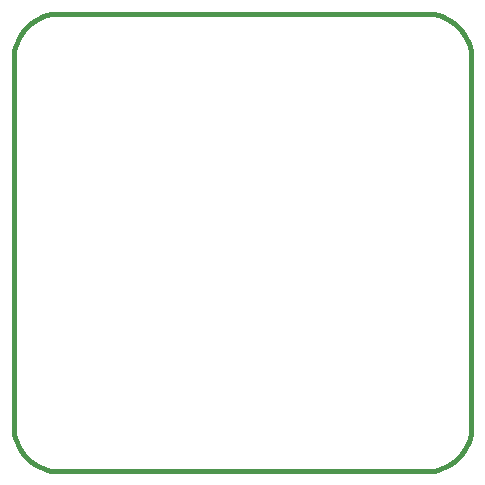
<source format=gbr>
G04 (created by PCBNEW-RS274X (2012-01-19 BZR 3256)-stable) date 10/26/2012 1:28:17 PM*
G01*
G70*
G90*
%MOIN*%
G04 Gerber Fmt 3.4, Leading zero omitted, Abs format*
%FSLAX34Y34*%
G04 APERTURE LIST*
%ADD10C,0.006000*%
%ADD11C,0.015000*%
G04 APERTURE END LIST*
G54D10*
G54D11*
X51000Y-28000D02*
X51000Y-40250D01*
X52500Y-41750D02*
X64750Y-41750D01*
X66250Y-28000D02*
X66250Y-40250D01*
X52500Y-26500D02*
X64750Y-26500D01*
X51000Y-40250D02*
X51006Y-40380D01*
X51023Y-40510D01*
X51052Y-40638D01*
X51091Y-40763D01*
X51141Y-40883D01*
X51201Y-40999D01*
X51272Y-41110D01*
X51351Y-41214D01*
X51440Y-41310D01*
X51536Y-41399D01*
X51640Y-41478D01*
X51751Y-41549D01*
X51867Y-41609D01*
X51987Y-41659D01*
X52112Y-41698D01*
X52240Y-41727D01*
X52370Y-41744D01*
X52500Y-41750D01*
X64750Y-41750D02*
X64880Y-41744D01*
X65010Y-41727D01*
X65138Y-41698D01*
X65263Y-41659D01*
X65383Y-41609D01*
X65500Y-41549D01*
X65610Y-41478D01*
X65714Y-41399D01*
X65810Y-41310D01*
X65899Y-41214D01*
X65978Y-41110D01*
X66049Y-40999D01*
X66109Y-40883D01*
X66159Y-40763D01*
X66198Y-40638D01*
X66227Y-40510D01*
X66244Y-40380D01*
X66250Y-40250D01*
X66250Y-28000D02*
X66244Y-27870D01*
X66227Y-27740D01*
X66198Y-27612D01*
X66159Y-27487D01*
X66109Y-27367D01*
X66049Y-27251D01*
X65978Y-27140D01*
X65899Y-27036D01*
X65810Y-26940D01*
X65714Y-26851D01*
X65610Y-26772D01*
X65500Y-26701D01*
X65383Y-26641D01*
X65263Y-26591D01*
X65138Y-26552D01*
X65010Y-26523D01*
X64880Y-26506D01*
X64750Y-26500D01*
X52500Y-26500D02*
X52370Y-26506D01*
X52240Y-26523D01*
X52112Y-26552D01*
X51987Y-26591D01*
X51867Y-26641D01*
X51751Y-26701D01*
X51640Y-26772D01*
X51536Y-26851D01*
X51440Y-26940D01*
X51351Y-27036D01*
X51272Y-27140D01*
X51201Y-27251D01*
X51141Y-27367D01*
X51091Y-27487D01*
X51052Y-27612D01*
X51023Y-27740D01*
X51006Y-27870D01*
X51000Y-28000D01*
M02*

</source>
